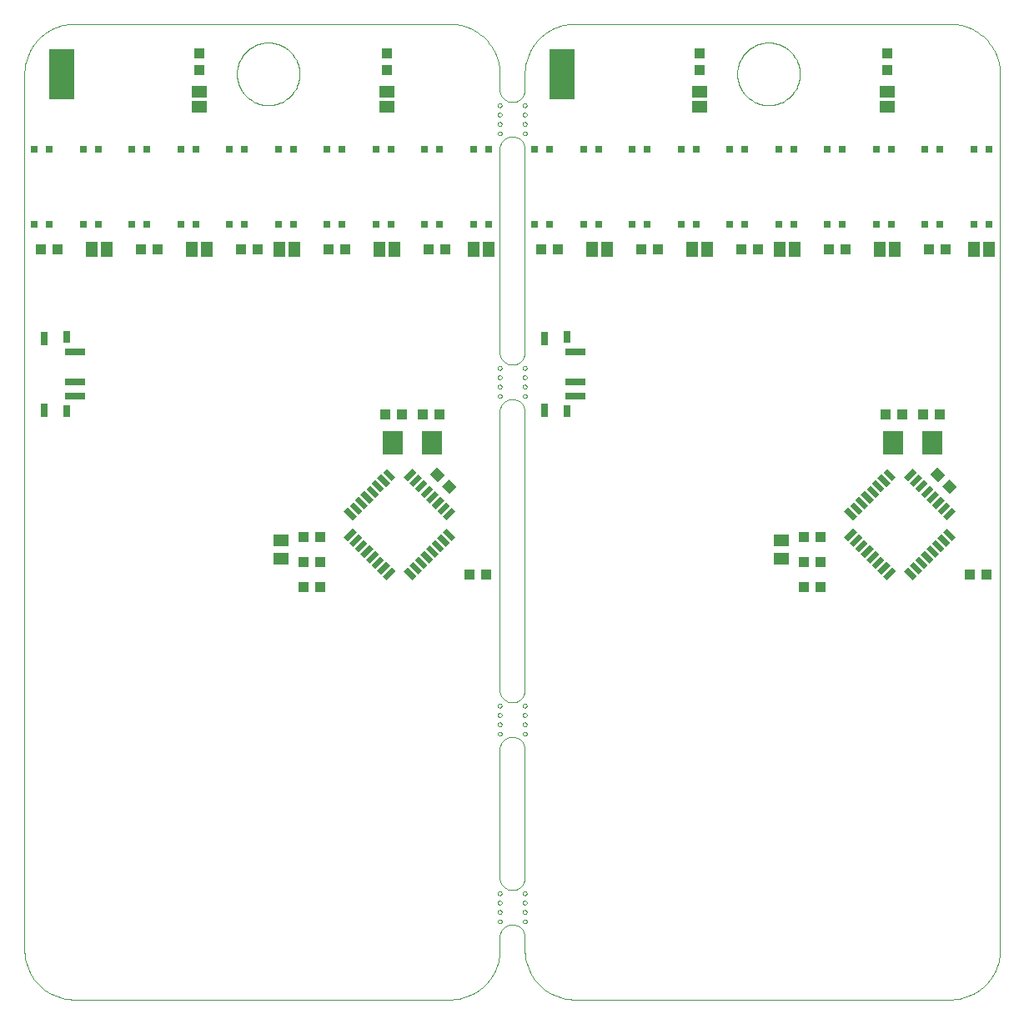
<source format=gtp>
G75*
G70*
%OFA0B0*%
%FSLAX24Y24*%
%IPPOS*%
%LPD*%
%AMOC8*
5,1,8,0,0,1.08239X$1,22.5*
%
%ADD10C,0.0000*%
%ADD11R,0.0500X0.0220*%
%ADD12R,0.0220X0.0500*%
%ADD13R,0.0394X0.0433*%
%ADD14R,0.0433X0.0394*%
%ADD15R,0.0315X0.0315*%
%ADD16R,0.0460X0.0630*%
%ADD17R,0.0630X0.0460*%
%ADD18R,0.1000X0.2000*%
%ADD19R,0.0787X0.0315*%
%ADD20R,0.0315X0.0472*%
%ADD21R,0.0315X0.0551*%
%ADD22R,0.0591X0.0512*%
%ADD23R,0.0787X0.0945*%
D10*
X000655Y002655D02*
X000655Y037655D01*
X000657Y037750D01*
X000664Y037845D01*
X000675Y037940D01*
X000691Y038034D01*
X000711Y038127D01*
X000736Y038218D01*
X000765Y038309D01*
X000798Y038398D01*
X000836Y038486D01*
X000877Y038571D01*
X000923Y038655D01*
X000972Y038736D01*
X001026Y038815D01*
X001083Y038891D01*
X001144Y038965D01*
X001208Y039035D01*
X001275Y039102D01*
X001345Y039166D01*
X001419Y039227D01*
X001495Y039284D01*
X001574Y039338D01*
X001655Y039387D01*
X001739Y039433D01*
X001824Y039474D01*
X001912Y039512D01*
X002001Y039545D01*
X002092Y039574D01*
X002183Y039599D01*
X002276Y039619D01*
X002370Y039635D01*
X002465Y039646D01*
X002560Y039653D01*
X002655Y039655D01*
X017655Y039655D01*
X017750Y039653D01*
X017845Y039646D01*
X017940Y039635D01*
X018034Y039619D01*
X018127Y039599D01*
X018218Y039574D01*
X018309Y039545D01*
X018398Y039512D01*
X018486Y039474D01*
X018571Y039433D01*
X018655Y039387D01*
X018736Y039338D01*
X018815Y039284D01*
X018891Y039227D01*
X018965Y039166D01*
X019035Y039102D01*
X019102Y039035D01*
X019166Y038965D01*
X019227Y038891D01*
X019284Y038815D01*
X019338Y038736D01*
X019387Y038655D01*
X019433Y038571D01*
X019474Y038486D01*
X019512Y038398D01*
X019545Y038309D01*
X019574Y038218D01*
X019599Y038127D01*
X019619Y038034D01*
X019635Y037940D01*
X019646Y037845D01*
X019653Y037750D01*
X019655Y037655D01*
X019655Y037030D01*
X020155Y036530D02*
X020199Y036532D01*
X020242Y036538D01*
X020284Y036547D01*
X020326Y036560D01*
X020366Y036577D01*
X020405Y036597D01*
X020442Y036620D01*
X020476Y036647D01*
X020509Y036676D01*
X020538Y036709D01*
X020565Y036743D01*
X020588Y036780D01*
X020608Y036819D01*
X020625Y036859D01*
X020638Y036901D01*
X020647Y036943D01*
X020653Y036986D01*
X020655Y037030D01*
X020655Y037655D01*
X019655Y037030D02*
X019657Y036986D01*
X019663Y036943D01*
X019672Y036901D01*
X019685Y036859D01*
X019702Y036819D01*
X019722Y036780D01*
X019745Y036743D01*
X019772Y036709D01*
X019801Y036676D01*
X019834Y036647D01*
X019868Y036620D01*
X019905Y036597D01*
X019944Y036577D01*
X019984Y036560D01*
X020026Y036547D01*
X020068Y036538D01*
X020111Y036532D01*
X020155Y036530D01*
X019576Y036405D02*
X019578Y036423D01*
X019584Y036439D01*
X019593Y036454D01*
X019606Y036467D01*
X019621Y036476D01*
X019637Y036482D01*
X019655Y036484D01*
X019673Y036482D01*
X019689Y036476D01*
X019704Y036467D01*
X019717Y036454D01*
X019726Y036439D01*
X019732Y036423D01*
X019734Y036405D01*
X019732Y036387D01*
X019726Y036371D01*
X019717Y036356D01*
X019704Y036343D01*
X019689Y036334D01*
X019673Y036328D01*
X019655Y036326D01*
X019637Y036328D01*
X019621Y036334D01*
X019606Y036343D01*
X019593Y036356D01*
X019584Y036371D01*
X019578Y036387D01*
X019576Y036405D01*
X019576Y036030D02*
X019578Y036048D01*
X019584Y036064D01*
X019593Y036079D01*
X019606Y036092D01*
X019621Y036101D01*
X019637Y036107D01*
X019655Y036109D01*
X019673Y036107D01*
X019689Y036101D01*
X019704Y036092D01*
X019717Y036079D01*
X019726Y036064D01*
X019732Y036048D01*
X019734Y036030D01*
X019732Y036012D01*
X019726Y035996D01*
X019717Y035981D01*
X019704Y035968D01*
X019689Y035959D01*
X019673Y035953D01*
X019655Y035951D01*
X019637Y035953D01*
X019621Y035959D01*
X019606Y035968D01*
X019593Y035981D01*
X019584Y035996D01*
X019578Y036012D01*
X019576Y036030D01*
X019576Y035655D02*
X019578Y035673D01*
X019584Y035689D01*
X019593Y035704D01*
X019606Y035717D01*
X019621Y035726D01*
X019637Y035732D01*
X019655Y035734D01*
X019673Y035732D01*
X019689Y035726D01*
X019704Y035717D01*
X019717Y035704D01*
X019726Y035689D01*
X019732Y035673D01*
X019734Y035655D01*
X019732Y035637D01*
X019726Y035621D01*
X019717Y035606D01*
X019704Y035593D01*
X019689Y035584D01*
X019673Y035578D01*
X019655Y035576D01*
X019637Y035578D01*
X019621Y035584D01*
X019606Y035593D01*
X019593Y035606D01*
X019584Y035621D01*
X019578Y035637D01*
X019576Y035655D01*
X019576Y035280D02*
X019578Y035298D01*
X019584Y035314D01*
X019593Y035329D01*
X019606Y035342D01*
X019621Y035351D01*
X019637Y035357D01*
X019655Y035359D01*
X019673Y035357D01*
X019689Y035351D01*
X019704Y035342D01*
X019717Y035329D01*
X019726Y035314D01*
X019732Y035298D01*
X019734Y035280D01*
X019732Y035262D01*
X019726Y035246D01*
X019717Y035231D01*
X019704Y035218D01*
X019689Y035209D01*
X019673Y035203D01*
X019655Y035201D01*
X019637Y035203D01*
X019621Y035209D01*
X019606Y035218D01*
X019593Y035231D01*
X019584Y035246D01*
X019578Y035262D01*
X019576Y035280D01*
X019655Y034655D02*
X019655Y026530D01*
X020155Y026030D02*
X020199Y026032D01*
X020242Y026038D01*
X020284Y026047D01*
X020326Y026060D01*
X020366Y026077D01*
X020405Y026097D01*
X020442Y026120D01*
X020476Y026147D01*
X020509Y026176D01*
X020538Y026209D01*
X020565Y026243D01*
X020588Y026280D01*
X020608Y026319D01*
X020625Y026359D01*
X020638Y026401D01*
X020647Y026443D01*
X020653Y026486D01*
X020655Y026530D01*
X020655Y034655D01*
X020155Y035155D02*
X020111Y035153D01*
X020068Y035147D01*
X020026Y035138D01*
X019984Y035125D01*
X019944Y035108D01*
X019905Y035088D01*
X019868Y035065D01*
X019834Y035038D01*
X019801Y035009D01*
X019772Y034976D01*
X019745Y034942D01*
X019722Y034905D01*
X019702Y034866D01*
X019685Y034826D01*
X019672Y034784D01*
X019663Y034742D01*
X019657Y034699D01*
X019655Y034655D01*
X020155Y035155D02*
X020199Y035153D01*
X020242Y035147D01*
X020284Y035138D01*
X020326Y035125D01*
X020366Y035108D01*
X020405Y035088D01*
X020442Y035065D01*
X020476Y035038D01*
X020509Y035009D01*
X020538Y034976D01*
X020565Y034942D01*
X020588Y034905D01*
X020608Y034866D01*
X020625Y034826D01*
X020638Y034784D01*
X020647Y034742D01*
X020653Y034699D01*
X020655Y034655D01*
X020576Y035280D02*
X020578Y035298D01*
X020584Y035314D01*
X020593Y035329D01*
X020606Y035342D01*
X020621Y035351D01*
X020637Y035357D01*
X020655Y035359D01*
X020673Y035357D01*
X020689Y035351D01*
X020704Y035342D01*
X020717Y035329D01*
X020726Y035314D01*
X020732Y035298D01*
X020734Y035280D01*
X020732Y035262D01*
X020726Y035246D01*
X020717Y035231D01*
X020704Y035218D01*
X020689Y035209D01*
X020673Y035203D01*
X020655Y035201D01*
X020637Y035203D01*
X020621Y035209D01*
X020606Y035218D01*
X020593Y035231D01*
X020584Y035246D01*
X020578Y035262D01*
X020576Y035280D01*
X020576Y035655D02*
X020578Y035673D01*
X020584Y035689D01*
X020593Y035704D01*
X020606Y035717D01*
X020621Y035726D01*
X020637Y035732D01*
X020655Y035734D01*
X020673Y035732D01*
X020689Y035726D01*
X020704Y035717D01*
X020717Y035704D01*
X020726Y035689D01*
X020732Y035673D01*
X020734Y035655D01*
X020732Y035637D01*
X020726Y035621D01*
X020717Y035606D01*
X020704Y035593D01*
X020689Y035584D01*
X020673Y035578D01*
X020655Y035576D01*
X020637Y035578D01*
X020621Y035584D01*
X020606Y035593D01*
X020593Y035606D01*
X020584Y035621D01*
X020578Y035637D01*
X020576Y035655D01*
X020576Y036030D02*
X020578Y036048D01*
X020584Y036064D01*
X020593Y036079D01*
X020606Y036092D01*
X020621Y036101D01*
X020637Y036107D01*
X020655Y036109D01*
X020673Y036107D01*
X020689Y036101D01*
X020704Y036092D01*
X020717Y036079D01*
X020726Y036064D01*
X020732Y036048D01*
X020734Y036030D01*
X020732Y036012D01*
X020726Y035996D01*
X020717Y035981D01*
X020704Y035968D01*
X020689Y035959D01*
X020673Y035953D01*
X020655Y035951D01*
X020637Y035953D01*
X020621Y035959D01*
X020606Y035968D01*
X020593Y035981D01*
X020584Y035996D01*
X020578Y036012D01*
X020576Y036030D01*
X020576Y036405D02*
X020578Y036423D01*
X020584Y036439D01*
X020593Y036454D01*
X020606Y036467D01*
X020621Y036476D01*
X020637Y036482D01*
X020655Y036484D01*
X020673Y036482D01*
X020689Y036476D01*
X020704Y036467D01*
X020717Y036454D01*
X020726Y036439D01*
X020732Y036423D01*
X020734Y036405D01*
X020732Y036387D01*
X020726Y036371D01*
X020717Y036356D01*
X020704Y036343D01*
X020689Y036334D01*
X020673Y036328D01*
X020655Y036326D01*
X020637Y036328D01*
X020621Y036334D01*
X020606Y036343D01*
X020593Y036356D01*
X020584Y036371D01*
X020578Y036387D01*
X020576Y036405D01*
X020655Y037655D02*
X020657Y037750D01*
X020664Y037845D01*
X020675Y037940D01*
X020691Y038034D01*
X020711Y038127D01*
X020736Y038218D01*
X020765Y038309D01*
X020798Y038398D01*
X020836Y038486D01*
X020877Y038571D01*
X020923Y038655D01*
X020972Y038736D01*
X021026Y038815D01*
X021083Y038891D01*
X021144Y038965D01*
X021208Y039035D01*
X021275Y039102D01*
X021345Y039166D01*
X021419Y039227D01*
X021495Y039284D01*
X021574Y039338D01*
X021655Y039387D01*
X021739Y039433D01*
X021824Y039474D01*
X021912Y039512D01*
X022001Y039545D01*
X022092Y039574D01*
X022183Y039599D01*
X022276Y039619D01*
X022370Y039635D01*
X022465Y039646D01*
X022560Y039653D01*
X022655Y039655D01*
X037655Y039655D01*
X037750Y039653D01*
X037845Y039646D01*
X037940Y039635D01*
X038034Y039619D01*
X038127Y039599D01*
X038218Y039574D01*
X038309Y039545D01*
X038398Y039512D01*
X038486Y039474D01*
X038571Y039433D01*
X038655Y039387D01*
X038736Y039338D01*
X038815Y039284D01*
X038891Y039227D01*
X038965Y039166D01*
X039035Y039102D01*
X039102Y039035D01*
X039166Y038965D01*
X039227Y038891D01*
X039284Y038815D01*
X039338Y038736D01*
X039387Y038655D01*
X039433Y038571D01*
X039474Y038486D01*
X039512Y038398D01*
X039545Y038309D01*
X039574Y038218D01*
X039599Y038127D01*
X039619Y038034D01*
X039635Y037940D01*
X039646Y037845D01*
X039653Y037750D01*
X039655Y037655D01*
X039655Y002655D01*
X039653Y002560D01*
X039646Y002465D01*
X039635Y002370D01*
X039619Y002276D01*
X039599Y002183D01*
X039574Y002092D01*
X039545Y002001D01*
X039512Y001912D01*
X039474Y001824D01*
X039433Y001739D01*
X039387Y001655D01*
X039338Y001574D01*
X039284Y001495D01*
X039227Y001419D01*
X039166Y001345D01*
X039102Y001275D01*
X039035Y001208D01*
X038965Y001144D01*
X038891Y001083D01*
X038815Y001026D01*
X038736Y000972D01*
X038655Y000923D01*
X038571Y000877D01*
X038486Y000836D01*
X038398Y000798D01*
X038309Y000765D01*
X038218Y000736D01*
X038127Y000711D01*
X038034Y000691D01*
X037940Y000675D01*
X037845Y000664D01*
X037750Y000657D01*
X037655Y000655D01*
X022655Y000655D01*
X022560Y000657D01*
X022465Y000664D01*
X022370Y000675D01*
X022276Y000691D01*
X022183Y000711D01*
X022092Y000736D01*
X022001Y000765D01*
X021912Y000798D01*
X021824Y000836D01*
X021739Y000877D01*
X021655Y000923D01*
X021574Y000972D01*
X021495Y001026D01*
X021419Y001083D01*
X021345Y001144D01*
X021275Y001208D01*
X021208Y001275D01*
X021144Y001345D01*
X021083Y001419D01*
X021026Y001495D01*
X020972Y001574D01*
X020923Y001655D01*
X020877Y001739D01*
X020836Y001824D01*
X020798Y001912D01*
X020765Y002001D01*
X020736Y002092D01*
X020711Y002183D01*
X020691Y002276D01*
X020675Y002370D01*
X020664Y002465D01*
X020657Y002560D01*
X020655Y002655D01*
X020655Y003155D01*
X020155Y003655D02*
X020111Y003653D01*
X020068Y003647D01*
X020026Y003638D01*
X019984Y003625D01*
X019944Y003608D01*
X019905Y003588D01*
X019868Y003565D01*
X019834Y003538D01*
X019801Y003509D01*
X019772Y003476D01*
X019745Y003442D01*
X019722Y003405D01*
X019702Y003366D01*
X019685Y003326D01*
X019672Y003284D01*
X019663Y003242D01*
X019657Y003199D01*
X019655Y003155D01*
X019655Y002655D01*
X020655Y003155D02*
X020653Y003199D01*
X020647Y003242D01*
X020638Y003284D01*
X020625Y003326D01*
X020608Y003366D01*
X020588Y003405D01*
X020565Y003442D01*
X020538Y003476D01*
X020509Y003509D01*
X020476Y003538D01*
X020442Y003565D01*
X020405Y003588D01*
X020366Y003608D01*
X020326Y003625D01*
X020284Y003638D01*
X020242Y003647D01*
X020199Y003653D01*
X020155Y003655D01*
X019576Y003780D02*
X019578Y003798D01*
X019584Y003814D01*
X019593Y003829D01*
X019606Y003842D01*
X019621Y003851D01*
X019637Y003857D01*
X019655Y003859D01*
X019673Y003857D01*
X019689Y003851D01*
X019704Y003842D01*
X019717Y003829D01*
X019726Y003814D01*
X019732Y003798D01*
X019734Y003780D01*
X019732Y003762D01*
X019726Y003746D01*
X019717Y003731D01*
X019704Y003718D01*
X019689Y003709D01*
X019673Y003703D01*
X019655Y003701D01*
X019637Y003703D01*
X019621Y003709D01*
X019606Y003718D01*
X019593Y003731D01*
X019584Y003746D01*
X019578Y003762D01*
X019576Y003780D01*
X019576Y004155D02*
X019578Y004173D01*
X019584Y004189D01*
X019593Y004204D01*
X019606Y004217D01*
X019621Y004226D01*
X019637Y004232D01*
X019655Y004234D01*
X019673Y004232D01*
X019689Y004226D01*
X019704Y004217D01*
X019717Y004204D01*
X019726Y004189D01*
X019732Y004173D01*
X019734Y004155D01*
X019732Y004137D01*
X019726Y004121D01*
X019717Y004106D01*
X019704Y004093D01*
X019689Y004084D01*
X019673Y004078D01*
X019655Y004076D01*
X019637Y004078D01*
X019621Y004084D01*
X019606Y004093D01*
X019593Y004106D01*
X019584Y004121D01*
X019578Y004137D01*
X019576Y004155D01*
X019576Y004530D02*
X019578Y004548D01*
X019584Y004564D01*
X019593Y004579D01*
X019606Y004592D01*
X019621Y004601D01*
X019637Y004607D01*
X019655Y004609D01*
X019673Y004607D01*
X019689Y004601D01*
X019704Y004592D01*
X019717Y004579D01*
X019726Y004564D01*
X019732Y004548D01*
X019734Y004530D01*
X019732Y004512D01*
X019726Y004496D01*
X019717Y004481D01*
X019704Y004468D01*
X019689Y004459D01*
X019673Y004453D01*
X019655Y004451D01*
X019637Y004453D01*
X019621Y004459D01*
X019606Y004468D01*
X019593Y004481D01*
X019584Y004496D01*
X019578Y004512D01*
X019576Y004530D01*
X019576Y004905D02*
X019578Y004923D01*
X019584Y004939D01*
X019593Y004954D01*
X019606Y004967D01*
X019621Y004976D01*
X019637Y004982D01*
X019655Y004984D01*
X019673Y004982D01*
X019689Y004976D01*
X019704Y004967D01*
X019717Y004954D01*
X019726Y004939D01*
X019732Y004923D01*
X019734Y004905D01*
X019732Y004887D01*
X019726Y004871D01*
X019717Y004856D01*
X019704Y004843D01*
X019689Y004834D01*
X019673Y004828D01*
X019655Y004826D01*
X019637Y004828D01*
X019621Y004834D01*
X019606Y004843D01*
X019593Y004856D01*
X019584Y004871D01*
X019578Y004887D01*
X019576Y004905D01*
X019655Y005530D02*
X019655Y010655D01*
X019657Y010699D01*
X019663Y010742D01*
X019672Y010784D01*
X019685Y010826D01*
X019702Y010866D01*
X019722Y010905D01*
X019745Y010942D01*
X019772Y010976D01*
X019801Y011009D01*
X019834Y011038D01*
X019868Y011065D01*
X019905Y011088D01*
X019944Y011108D01*
X019984Y011125D01*
X020026Y011138D01*
X020068Y011147D01*
X020111Y011153D01*
X020155Y011155D01*
X020199Y011153D01*
X020242Y011147D01*
X020284Y011138D01*
X020326Y011125D01*
X020366Y011108D01*
X020405Y011088D01*
X020442Y011065D01*
X020476Y011038D01*
X020509Y011009D01*
X020538Y010976D01*
X020565Y010942D01*
X020588Y010905D01*
X020608Y010866D01*
X020625Y010826D01*
X020638Y010784D01*
X020647Y010742D01*
X020653Y010699D01*
X020655Y010655D01*
X020655Y005530D01*
X020653Y005486D01*
X020647Y005443D01*
X020638Y005401D01*
X020625Y005359D01*
X020608Y005319D01*
X020588Y005280D01*
X020565Y005243D01*
X020538Y005209D01*
X020509Y005176D01*
X020476Y005147D01*
X020442Y005120D01*
X020405Y005097D01*
X020366Y005077D01*
X020326Y005060D01*
X020284Y005047D01*
X020242Y005038D01*
X020199Y005032D01*
X020155Y005030D01*
X020111Y005032D01*
X020068Y005038D01*
X020026Y005047D01*
X019984Y005060D01*
X019944Y005077D01*
X019905Y005097D01*
X019868Y005120D01*
X019834Y005147D01*
X019801Y005176D01*
X019772Y005209D01*
X019745Y005243D01*
X019722Y005280D01*
X019702Y005319D01*
X019685Y005359D01*
X019672Y005401D01*
X019663Y005443D01*
X019657Y005486D01*
X019655Y005530D01*
X020576Y004905D02*
X020578Y004923D01*
X020584Y004939D01*
X020593Y004954D01*
X020606Y004967D01*
X020621Y004976D01*
X020637Y004982D01*
X020655Y004984D01*
X020673Y004982D01*
X020689Y004976D01*
X020704Y004967D01*
X020717Y004954D01*
X020726Y004939D01*
X020732Y004923D01*
X020734Y004905D01*
X020732Y004887D01*
X020726Y004871D01*
X020717Y004856D01*
X020704Y004843D01*
X020689Y004834D01*
X020673Y004828D01*
X020655Y004826D01*
X020637Y004828D01*
X020621Y004834D01*
X020606Y004843D01*
X020593Y004856D01*
X020584Y004871D01*
X020578Y004887D01*
X020576Y004905D01*
X020576Y004530D02*
X020578Y004548D01*
X020584Y004564D01*
X020593Y004579D01*
X020606Y004592D01*
X020621Y004601D01*
X020637Y004607D01*
X020655Y004609D01*
X020673Y004607D01*
X020689Y004601D01*
X020704Y004592D01*
X020717Y004579D01*
X020726Y004564D01*
X020732Y004548D01*
X020734Y004530D01*
X020732Y004512D01*
X020726Y004496D01*
X020717Y004481D01*
X020704Y004468D01*
X020689Y004459D01*
X020673Y004453D01*
X020655Y004451D01*
X020637Y004453D01*
X020621Y004459D01*
X020606Y004468D01*
X020593Y004481D01*
X020584Y004496D01*
X020578Y004512D01*
X020576Y004530D01*
X020576Y004155D02*
X020578Y004173D01*
X020584Y004189D01*
X020593Y004204D01*
X020606Y004217D01*
X020621Y004226D01*
X020637Y004232D01*
X020655Y004234D01*
X020673Y004232D01*
X020689Y004226D01*
X020704Y004217D01*
X020717Y004204D01*
X020726Y004189D01*
X020732Y004173D01*
X020734Y004155D01*
X020732Y004137D01*
X020726Y004121D01*
X020717Y004106D01*
X020704Y004093D01*
X020689Y004084D01*
X020673Y004078D01*
X020655Y004076D01*
X020637Y004078D01*
X020621Y004084D01*
X020606Y004093D01*
X020593Y004106D01*
X020584Y004121D01*
X020578Y004137D01*
X020576Y004155D01*
X020576Y003780D02*
X020578Y003798D01*
X020584Y003814D01*
X020593Y003829D01*
X020606Y003842D01*
X020621Y003851D01*
X020637Y003857D01*
X020655Y003859D01*
X020673Y003857D01*
X020689Y003851D01*
X020704Y003842D01*
X020717Y003829D01*
X020726Y003814D01*
X020732Y003798D01*
X020734Y003780D01*
X020732Y003762D01*
X020726Y003746D01*
X020717Y003731D01*
X020704Y003718D01*
X020689Y003709D01*
X020673Y003703D01*
X020655Y003701D01*
X020637Y003703D01*
X020621Y003709D01*
X020606Y003718D01*
X020593Y003731D01*
X020584Y003746D01*
X020578Y003762D01*
X020576Y003780D01*
X019655Y002655D02*
X019653Y002560D01*
X019646Y002465D01*
X019635Y002370D01*
X019619Y002276D01*
X019599Y002183D01*
X019574Y002092D01*
X019545Y002001D01*
X019512Y001912D01*
X019474Y001824D01*
X019433Y001739D01*
X019387Y001655D01*
X019338Y001574D01*
X019284Y001495D01*
X019227Y001419D01*
X019166Y001345D01*
X019102Y001275D01*
X019035Y001208D01*
X018965Y001144D01*
X018891Y001083D01*
X018815Y001026D01*
X018736Y000972D01*
X018655Y000923D01*
X018571Y000877D01*
X018486Y000836D01*
X018398Y000798D01*
X018309Y000765D01*
X018218Y000736D01*
X018127Y000711D01*
X018034Y000691D01*
X017940Y000675D01*
X017845Y000664D01*
X017750Y000657D01*
X017655Y000655D01*
X002655Y000655D01*
X002560Y000657D01*
X002465Y000664D01*
X002370Y000675D01*
X002276Y000691D01*
X002183Y000711D01*
X002092Y000736D01*
X002001Y000765D01*
X001912Y000798D01*
X001824Y000836D01*
X001739Y000877D01*
X001655Y000923D01*
X001574Y000972D01*
X001495Y001026D01*
X001419Y001083D01*
X001345Y001144D01*
X001275Y001208D01*
X001208Y001275D01*
X001144Y001345D01*
X001083Y001419D01*
X001026Y001495D01*
X000972Y001574D01*
X000923Y001655D01*
X000877Y001739D01*
X000836Y001824D01*
X000798Y001912D01*
X000765Y002001D01*
X000736Y002092D01*
X000711Y002183D01*
X000691Y002276D01*
X000675Y002370D01*
X000664Y002465D01*
X000657Y002560D01*
X000655Y002655D01*
X019576Y011280D02*
X019578Y011298D01*
X019584Y011314D01*
X019593Y011329D01*
X019606Y011342D01*
X019621Y011351D01*
X019637Y011357D01*
X019655Y011359D01*
X019673Y011357D01*
X019689Y011351D01*
X019704Y011342D01*
X019717Y011329D01*
X019726Y011314D01*
X019732Y011298D01*
X019734Y011280D01*
X019732Y011262D01*
X019726Y011246D01*
X019717Y011231D01*
X019704Y011218D01*
X019689Y011209D01*
X019673Y011203D01*
X019655Y011201D01*
X019637Y011203D01*
X019621Y011209D01*
X019606Y011218D01*
X019593Y011231D01*
X019584Y011246D01*
X019578Y011262D01*
X019576Y011280D01*
X019576Y011655D02*
X019578Y011673D01*
X019584Y011689D01*
X019593Y011704D01*
X019606Y011717D01*
X019621Y011726D01*
X019637Y011732D01*
X019655Y011734D01*
X019673Y011732D01*
X019689Y011726D01*
X019704Y011717D01*
X019717Y011704D01*
X019726Y011689D01*
X019732Y011673D01*
X019734Y011655D01*
X019732Y011637D01*
X019726Y011621D01*
X019717Y011606D01*
X019704Y011593D01*
X019689Y011584D01*
X019673Y011578D01*
X019655Y011576D01*
X019637Y011578D01*
X019621Y011584D01*
X019606Y011593D01*
X019593Y011606D01*
X019584Y011621D01*
X019578Y011637D01*
X019576Y011655D01*
X019576Y012030D02*
X019578Y012048D01*
X019584Y012064D01*
X019593Y012079D01*
X019606Y012092D01*
X019621Y012101D01*
X019637Y012107D01*
X019655Y012109D01*
X019673Y012107D01*
X019689Y012101D01*
X019704Y012092D01*
X019717Y012079D01*
X019726Y012064D01*
X019732Y012048D01*
X019734Y012030D01*
X019732Y012012D01*
X019726Y011996D01*
X019717Y011981D01*
X019704Y011968D01*
X019689Y011959D01*
X019673Y011953D01*
X019655Y011951D01*
X019637Y011953D01*
X019621Y011959D01*
X019606Y011968D01*
X019593Y011981D01*
X019584Y011996D01*
X019578Y012012D01*
X019576Y012030D01*
X019576Y012405D02*
X019578Y012423D01*
X019584Y012439D01*
X019593Y012454D01*
X019606Y012467D01*
X019621Y012476D01*
X019637Y012482D01*
X019655Y012484D01*
X019673Y012482D01*
X019689Y012476D01*
X019704Y012467D01*
X019717Y012454D01*
X019726Y012439D01*
X019732Y012423D01*
X019734Y012405D01*
X019732Y012387D01*
X019726Y012371D01*
X019717Y012356D01*
X019704Y012343D01*
X019689Y012334D01*
X019673Y012328D01*
X019655Y012326D01*
X019637Y012328D01*
X019621Y012334D01*
X019606Y012343D01*
X019593Y012356D01*
X019584Y012371D01*
X019578Y012387D01*
X019576Y012405D01*
X019655Y013030D02*
X019655Y024155D01*
X019657Y024199D01*
X019663Y024242D01*
X019672Y024284D01*
X019685Y024326D01*
X019702Y024366D01*
X019722Y024405D01*
X019745Y024442D01*
X019772Y024476D01*
X019801Y024509D01*
X019834Y024538D01*
X019868Y024565D01*
X019905Y024588D01*
X019944Y024608D01*
X019984Y024625D01*
X020026Y024638D01*
X020068Y024647D01*
X020111Y024653D01*
X020155Y024655D01*
X019576Y024780D02*
X019578Y024798D01*
X019584Y024814D01*
X019593Y024829D01*
X019606Y024842D01*
X019621Y024851D01*
X019637Y024857D01*
X019655Y024859D01*
X019673Y024857D01*
X019689Y024851D01*
X019704Y024842D01*
X019717Y024829D01*
X019726Y024814D01*
X019732Y024798D01*
X019734Y024780D01*
X019732Y024762D01*
X019726Y024746D01*
X019717Y024731D01*
X019704Y024718D01*
X019689Y024709D01*
X019673Y024703D01*
X019655Y024701D01*
X019637Y024703D01*
X019621Y024709D01*
X019606Y024718D01*
X019593Y024731D01*
X019584Y024746D01*
X019578Y024762D01*
X019576Y024780D01*
X019576Y025155D02*
X019578Y025173D01*
X019584Y025189D01*
X019593Y025204D01*
X019606Y025217D01*
X019621Y025226D01*
X019637Y025232D01*
X019655Y025234D01*
X019673Y025232D01*
X019689Y025226D01*
X019704Y025217D01*
X019717Y025204D01*
X019726Y025189D01*
X019732Y025173D01*
X019734Y025155D01*
X019732Y025137D01*
X019726Y025121D01*
X019717Y025106D01*
X019704Y025093D01*
X019689Y025084D01*
X019673Y025078D01*
X019655Y025076D01*
X019637Y025078D01*
X019621Y025084D01*
X019606Y025093D01*
X019593Y025106D01*
X019584Y025121D01*
X019578Y025137D01*
X019576Y025155D01*
X019576Y025530D02*
X019578Y025548D01*
X019584Y025564D01*
X019593Y025579D01*
X019606Y025592D01*
X019621Y025601D01*
X019637Y025607D01*
X019655Y025609D01*
X019673Y025607D01*
X019689Y025601D01*
X019704Y025592D01*
X019717Y025579D01*
X019726Y025564D01*
X019732Y025548D01*
X019734Y025530D01*
X019732Y025512D01*
X019726Y025496D01*
X019717Y025481D01*
X019704Y025468D01*
X019689Y025459D01*
X019673Y025453D01*
X019655Y025451D01*
X019637Y025453D01*
X019621Y025459D01*
X019606Y025468D01*
X019593Y025481D01*
X019584Y025496D01*
X019578Y025512D01*
X019576Y025530D01*
X019576Y025905D02*
X019578Y025923D01*
X019584Y025939D01*
X019593Y025954D01*
X019606Y025967D01*
X019621Y025976D01*
X019637Y025982D01*
X019655Y025984D01*
X019673Y025982D01*
X019689Y025976D01*
X019704Y025967D01*
X019717Y025954D01*
X019726Y025939D01*
X019732Y025923D01*
X019734Y025905D01*
X019732Y025887D01*
X019726Y025871D01*
X019717Y025856D01*
X019704Y025843D01*
X019689Y025834D01*
X019673Y025828D01*
X019655Y025826D01*
X019637Y025828D01*
X019621Y025834D01*
X019606Y025843D01*
X019593Y025856D01*
X019584Y025871D01*
X019578Y025887D01*
X019576Y025905D01*
X020155Y026030D02*
X020111Y026032D01*
X020068Y026038D01*
X020026Y026047D01*
X019984Y026060D01*
X019944Y026077D01*
X019905Y026097D01*
X019868Y026120D01*
X019834Y026147D01*
X019801Y026176D01*
X019772Y026209D01*
X019745Y026243D01*
X019722Y026280D01*
X019702Y026319D01*
X019685Y026359D01*
X019672Y026401D01*
X019663Y026443D01*
X019657Y026486D01*
X019655Y026530D01*
X020576Y025905D02*
X020578Y025923D01*
X020584Y025939D01*
X020593Y025954D01*
X020606Y025967D01*
X020621Y025976D01*
X020637Y025982D01*
X020655Y025984D01*
X020673Y025982D01*
X020689Y025976D01*
X020704Y025967D01*
X020717Y025954D01*
X020726Y025939D01*
X020732Y025923D01*
X020734Y025905D01*
X020732Y025887D01*
X020726Y025871D01*
X020717Y025856D01*
X020704Y025843D01*
X020689Y025834D01*
X020673Y025828D01*
X020655Y025826D01*
X020637Y025828D01*
X020621Y025834D01*
X020606Y025843D01*
X020593Y025856D01*
X020584Y025871D01*
X020578Y025887D01*
X020576Y025905D01*
X020576Y025530D02*
X020578Y025548D01*
X020584Y025564D01*
X020593Y025579D01*
X020606Y025592D01*
X020621Y025601D01*
X020637Y025607D01*
X020655Y025609D01*
X020673Y025607D01*
X020689Y025601D01*
X020704Y025592D01*
X020717Y025579D01*
X020726Y025564D01*
X020732Y025548D01*
X020734Y025530D01*
X020732Y025512D01*
X020726Y025496D01*
X020717Y025481D01*
X020704Y025468D01*
X020689Y025459D01*
X020673Y025453D01*
X020655Y025451D01*
X020637Y025453D01*
X020621Y025459D01*
X020606Y025468D01*
X020593Y025481D01*
X020584Y025496D01*
X020578Y025512D01*
X020576Y025530D01*
X020576Y025155D02*
X020578Y025173D01*
X020584Y025189D01*
X020593Y025204D01*
X020606Y025217D01*
X020621Y025226D01*
X020637Y025232D01*
X020655Y025234D01*
X020673Y025232D01*
X020689Y025226D01*
X020704Y025217D01*
X020717Y025204D01*
X020726Y025189D01*
X020732Y025173D01*
X020734Y025155D01*
X020732Y025137D01*
X020726Y025121D01*
X020717Y025106D01*
X020704Y025093D01*
X020689Y025084D01*
X020673Y025078D01*
X020655Y025076D01*
X020637Y025078D01*
X020621Y025084D01*
X020606Y025093D01*
X020593Y025106D01*
X020584Y025121D01*
X020578Y025137D01*
X020576Y025155D01*
X020576Y024780D02*
X020578Y024798D01*
X020584Y024814D01*
X020593Y024829D01*
X020606Y024842D01*
X020621Y024851D01*
X020637Y024857D01*
X020655Y024859D01*
X020673Y024857D01*
X020689Y024851D01*
X020704Y024842D01*
X020717Y024829D01*
X020726Y024814D01*
X020732Y024798D01*
X020734Y024780D01*
X020732Y024762D01*
X020726Y024746D01*
X020717Y024731D01*
X020704Y024718D01*
X020689Y024709D01*
X020673Y024703D01*
X020655Y024701D01*
X020637Y024703D01*
X020621Y024709D01*
X020606Y024718D01*
X020593Y024731D01*
X020584Y024746D01*
X020578Y024762D01*
X020576Y024780D01*
X020655Y024155D02*
X020655Y013030D01*
X020653Y012986D01*
X020647Y012943D01*
X020638Y012901D01*
X020625Y012859D01*
X020608Y012819D01*
X020588Y012780D01*
X020565Y012743D01*
X020538Y012709D01*
X020509Y012676D01*
X020476Y012647D01*
X020442Y012620D01*
X020405Y012597D01*
X020366Y012577D01*
X020326Y012560D01*
X020284Y012547D01*
X020242Y012538D01*
X020199Y012532D01*
X020155Y012530D01*
X020111Y012532D01*
X020068Y012538D01*
X020026Y012547D01*
X019984Y012560D01*
X019944Y012577D01*
X019905Y012597D01*
X019868Y012620D01*
X019834Y012647D01*
X019801Y012676D01*
X019772Y012709D01*
X019745Y012743D01*
X019722Y012780D01*
X019702Y012819D01*
X019685Y012859D01*
X019672Y012901D01*
X019663Y012943D01*
X019657Y012986D01*
X019655Y013030D01*
X020576Y012405D02*
X020578Y012423D01*
X020584Y012439D01*
X020593Y012454D01*
X020606Y012467D01*
X020621Y012476D01*
X020637Y012482D01*
X020655Y012484D01*
X020673Y012482D01*
X020689Y012476D01*
X020704Y012467D01*
X020717Y012454D01*
X020726Y012439D01*
X020732Y012423D01*
X020734Y012405D01*
X020732Y012387D01*
X020726Y012371D01*
X020717Y012356D01*
X020704Y012343D01*
X020689Y012334D01*
X020673Y012328D01*
X020655Y012326D01*
X020637Y012328D01*
X020621Y012334D01*
X020606Y012343D01*
X020593Y012356D01*
X020584Y012371D01*
X020578Y012387D01*
X020576Y012405D01*
X020576Y012030D02*
X020578Y012048D01*
X020584Y012064D01*
X020593Y012079D01*
X020606Y012092D01*
X020621Y012101D01*
X020637Y012107D01*
X020655Y012109D01*
X020673Y012107D01*
X020689Y012101D01*
X020704Y012092D01*
X020717Y012079D01*
X020726Y012064D01*
X020732Y012048D01*
X020734Y012030D01*
X020732Y012012D01*
X020726Y011996D01*
X020717Y011981D01*
X020704Y011968D01*
X020689Y011959D01*
X020673Y011953D01*
X020655Y011951D01*
X020637Y011953D01*
X020621Y011959D01*
X020606Y011968D01*
X020593Y011981D01*
X020584Y011996D01*
X020578Y012012D01*
X020576Y012030D01*
X020576Y011655D02*
X020578Y011673D01*
X020584Y011689D01*
X020593Y011704D01*
X020606Y011717D01*
X020621Y011726D01*
X020637Y011732D01*
X020655Y011734D01*
X020673Y011732D01*
X020689Y011726D01*
X020704Y011717D01*
X020717Y011704D01*
X020726Y011689D01*
X020732Y011673D01*
X020734Y011655D01*
X020732Y011637D01*
X020726Y011621D01*
X020717Y011606D01*
X020704Y011593D01*
X020689Y011584D01*
X020673Y011578D01*
X020655Y011576D01*
X020637Y011578D01*
X020621Y011584D01*
X020606Y011593D01*
X020593Y011606D01*
X020584Y011621D01*
X020578Y011637D01*
X020576Y011655D01*
X020576Y011280D02*
X020578Y011298D01*
X020584Y011314D01*
X020593Y011329D01*
X020606Y011342D01*
X020621Y011351D01*
X020637Y011357D01*
X020655Y011359D01*
X020673Y011357D01*
X020689Y011351D01*
X020704Y011342D01*
X020717Y011329D01*
X020726Y011314D01*
X020732Y011298D01*
X020734Y011280D01*
X020732Y011262D01*
X020726Y011246D01*
X020717Y011231D01*
X020704Y011218D01*
X020689Y011209D01*
X020673Y011203D01*
X020655Y011201D01*
X020637Y011203D01*
X020621Y011209D01*
X020606Y011218D01*
X020593Y011231D01*
X020584Y011246D01*
X020578Y011262D01*
X020576Y011280D01*
X020655Y024155D02*
X020653Y024199D01*
X020647Y024242D01*
X020638Y024284D01*
X020625Y024326D01*
X020608Y024366D01*
X020588Y024405D01*
X020565Y024442D01*
X020538Y024476D01*
X020509Y024509D01*
X020476Y024538D01*
X020442Y024565D01*
X020405Y024588D01*
X020366Y024608D01*
X020326Y024625D01*
X020284Y024638D01*
X020242Y024647D01*
X020199Y024653D01*
X020155Y024655D01*
X009155Y037655D02*
X009157Y037725D01*
X009163Y037795D01*
X009173Y037864D01*
X009186Y037933D01*
X009204Y038001D01*
X009225Y038068D01*
X009250Y038133D01*
X009279Y038197D01*
X009311Y038260D01*
X009347Y038320D01*
X009386Y038378D01*
X009428Y038434D01*
X009473Y038488D01*
X009521Y038539D01*
X009572Y038587D01*
X009626Y038632D01*
X009682Y038674D01*
X009740Y038713D01*
X009800Y038749D01*
X009863Y038781D01*
X009927Y038810D01*
X009992Y038835D01*
X010059Y038856D01*
X010127Y038874D01*
X010196Y038887D01*
X010265Y038897D01*
X010335Y038903D01*
X010405Y038905D01*
X010475Y038903D01*
X010545Y038897D01*
X010614Y038887D01*
X010683Y038874D01*
X010751Y038856D01*
X010818Y038835D01*
X010883Y038810D01*
X010947Y038781D01*
X011010Y038749D01*
X011070Y038713D01*
X011128Y038674D01*
X011184Y038632D01*
X011238Y038587D01*
X011289Y038539D01*
X011337Y038488D01*
X011382Y038434D01*
X011424Y038378D01*
X011463Y038320D01*
X011499Y038260D01*
X011531Y038197D01*
X011560Y038133D01*
X011585Y038068D01*
X011606Y038001D01*
X011624Y037933D01*
X011637Y037864D01*
X011647Y037795D01*
X011653Y037725D01*
X011655Y037655D01*
X011653Y037585D01*
X011647Y037515D01*
X011637Y037446D01*
X011624Y037377D01*
X011606Y037309D01*
X011585Y037242D01*
X011560Y037177D01*
X011531Y037113D01*
X011499Y037050D01*
X011463Y036990D01*
X011424Y036932D01*
X011382Y036876D01*
X011337Y036822D01*
X011289Y036771D01*
X011238Y036723D01*
X011184Y036678D01*
X011128Y036636D01*
X011070Y036597D01*
X011010Y036561D01*
X010947Y036529D01*
X010883Y036500D01*
X010818Y036475D01*
X010751Y036454D01*
X010683Y036436D01*
X010614Y036423D01*
X010545Y036413D01*
X010475Y036407D01*
X010405Y036405D01*
X010335Y036407D01*
X010265Y036413D01*
X010196Y036423D01*
X010127Y036436D01*
X010059Y036454D01*
X009992Y036475D01*
X009927Y036500D01*
X009863Y036529D01*
X009800Y036561D01*
X009740Y036597D01*
X009682Y036636D01*
X009626Y036678D01*
X009572Y036723D01*
X009521Y036771D01*
X009473Y036822D01*
X009428Y036876D01*
X009386Y036932D01*
X009347Y036990D01*
X009311Y037050D01*
X009279Y037113D01*
X009250Y037177D01*
X009225Y037242D01*
X009204Y037309D01*
X009186Y037377D01*
X009173Y037446D01*
X009163Y037515D01*
X009157Y037585D01*
X009155Y037655D01*
X029155Y037655D02*
X029157Y037725D01*
X029163Y037795D01*
X029173Y037864D01*
X029186Y037933D01*
X029204Y038001D01*
X029225Y038068D01*
X029250Y038133D01*
X029279Y038197D01*
X029311Y038260D01*
X029347Y038320D01*
X029386Y038378D01*
X029428Y038434D01*
X029473Y038488D01*
X029521Y038539D01*
X029572Y038587D01*
X029626Y038632D01*
X029682Y038674D01*
X029740Y038713D01*
X029800Y038749D01*
X029863Y038781D01*
X029927Y038810D01*
X029992Y038835D01*
X030059Y038856D01*
X030127Y038874D01*
X030196Y038887D01*
X030265Y038897D01*
X030335Y038903D01*
X030405Y038905D01*
X030475Y038903D01*
X030545Y038897D01*
X030614Y038887D01*
X030683Y038874D01*
X030751Y038856D01*
X030818Y038835D01*
X030883Y038810D01*
X030947Y038781D01*
X031010Y038749D01*
X031070Y038713D01*
X031128Y038674D01*
X031184Y038632D01*
X031238Y038587D01*
X031289Y038539D01*
X031337Y038488D01*
X031382Y038434D01*
X031424Y038378D01*
X031463Y038320D01*
X031499Y038260D01*
X031531Y038197D01*
X031560Y038133D01*
X031585Y038068D01*
X031606Y038001D01*
X031624Y037933D01*
X031637Y037864D01*
X031647Y037795D01*
X031653Y037725D01*
X031655Y037655D01*
X031653Y037585D01*
X031647Y037515D01*
X031637Y037446D01*
X031624Y037377D01*
X031606Y037309D01*
X031585Y037242D01*
X031560Y037177D01*
X031531Y037113D01*
X031499Y037050D01*
X031463Y036990D01*
X031424Y036932D01*
X031382Y036876D01*
X031337Y036822D01*
X031289Y036771D01*
X031238Y036723D01*
X031184Y036678D01*
X031128Y036636D01*
X031070Y036597D01*
X031010Y036561D01*
X030947Y036529D01*
X030883Y036500D01*
X030818Y036475D01*
X030751Y036454D01*
X030683Y036436D01*
X030614Y036423D01*
X030545Y036413D01*
X030475Y036407D01*
X030405Y036405D01*
X030335Y036407D01*
X030265Y036413D01*
X030196Y036423D01*
X030127Y036436D01*
X030059Y036454D01*
X029992Y036475D01*
X029927Y036500D01*
X029863Y036529D01*
X029800Y036561D01*
X029740Y036597D01*
X029682Y036636D01*
X029626Y036678D01*
X029572Y036723D01*
X029521Y036771D01*
X029473Y036822D01*
X029428Y036876D01*
X029386Y036932D01*
X029347Y036990D01*
X029311Y037050D01*
X029279Y037113D01*
X029250Y037177D01*
X029225Y037242D01*
X029204Y037309D01*
X029186Y037377D01*
X029173Y037446D01*
X029163Y037515D01*
X029157Y037585D01*
X029155Y037655D01*
D11*
G36*
X035817Y021532D02*
X036169Y021884D01*
X036325Y021728D01*
X035973Y021376D01*
X035817Y021532D01*
G37*
G36*
X036039Y021309D02*
X036391Y021661D01*
X036547Y021505D01*
X036195Y021153D01*
X036039Y021309D01*
G37*
G36*
X036262Y021086D02*
X036614Y021438D01*
X036770Y021282D01*
X036418Y020930D01*
X036262Y021086D01*
G37*
G36*
X036485Y020863D02*
X036837Y021215D01*
X036993Y021059D01*
X036641Y020707D01*
X036485Y020863D01*
G37*
G36*
X036707Y020641D02*
X037059Y020993D01*
X037215Y020837D01*
X036863Y020485D01*
X036707Y020641D01*
G37*
G36*
X036930Y020418D02*
X037282Y020770D01*
X037438Y020614D01*
X037086Y020262D01*
X036930Y020418D01*
G37*
G36*
X037153Y020195D02*
X037505Y020547D01*
X037661Y020391D01*
X037309Y020039D01*
X037153Y020195D01*
G37*
G36*
X037376Y019973D02*
X037728Y020325D01*
X037884Y020169D01*
X037532Y019817D01*
X037376Y019973D01*
G37*
G36*
X034986Y017583D02*
X035338Y017935D01*
X035494Y017779D01*
X035142Y017427D01*
X034986Y017583D01*
G37*
G36*
X034763Y017805D02*
X035115Y018157D01*
X035271Y018001D01*
X034919Y017649D01*
X034763Y017805D01*
G37*
G36*
X034540Y018028D02*
X034892Y018380D01*
X035048Y018224D01*
X034696Y017872D01*
X034540Y018028D01*
G37*
G36*
X034317Y018251D02*
X034669Y018603D01*
X034825Y018447D01*
X034473Y018095D01*
X034317Y018251D01*
G37*
G36*
X034095Y018473D02*
X034447Y018825D01*
X034603Y018669D01*
X034251Y018317D01*
X034095Y018473D01*
G37*
G36*
X033872Y018696D02*
X034224Y019048D01*
X034380Y018892D01*
X034028Y018540D01*
X033872Y018696D01*
G37*
G36*
X033649Y018919D02*
X034001Y019271D01*
X034157Y019115D01*
X033805Y018763D01*
X033649Y018919D01*
G37*
G36*
X033427Y019142D02*
X033779Y019494D01*
X033935Y019338D01*
X033583Y018986D01*
X033427Y019142D01*
G37*
G36*
X017376Y019973D02*
X017728Y020325D01*
X017884Y020169D01*
X017532Y019817D01*
X017376Y019973D01*
G37*
G36*
X017153Y020195D02*
X017505Y020547D01*
X017661Y020391D01*
X017309Y020039D01*
X017153Y020195D01*
G37*
G36*
X016930Y020418D02*
X017282Y020770D01*
X017438Y020614D01*
X017086Y020262D01*
X016930Y020418D01*
G37*
G36*
X016707Y020641D02*
X017059Y020993D01*
X017215Y020837D01*
X016863Y020485D01*
X016707Y020641D01*
G37*
G36*
X016485Y020863D02*
X016837Y021215D01*
X016993Y021059D01*
X016641Y020707D01*
X016485Y020863D01*
G37*
G36*
X016262Y021086D02*
X016614Y021438D01*
X016770Y021282D01*
X016418Y020930D01*
X016262Y021086D01*
G37*
G36*
X016039Y021309D02*
X016391Y021661D01*
X016547Y021505D01*
X016195Y021153D01*
X016039Y021309D01*
G37*
G36*
X015817Y021532D02*
X016169Y021884D01*
X016325Y021728D01*
X015973Y021376D01*
X015817Y021532D01*
G37*
G36*
X013427Y019142D02*
X013779Y019494D01*
X013935Y019338D01*
X013583Y018986D01*
X013427Y019142D01*
G37*
G36*
X013649Y018919D02*
X014001Y019271D01*
X014157Y019115D01*
X013805Y018763D01*
X013649Y018919D01*
G37*
G36*
X013872Y018696D02*
X014224Y019048D01*
X014380Y018892D01*
X014028Y018540D01*
X013872Y018696D01*
G37*
G36*
X014095Y018473D02*
X014447Y018825D01*
X014603Y018669D01*
X014251Y018317D01*
X014095Y018473D01*
G37*
G36*
X014317Y018251D02*
X014669Y018603D01*
X014825Y018447D01*
X014473Y018095D01*
X014317Y018251D01*
G37*
G36*
X014540Y018028D02*
X014892Y018380D01*
X015048Y018224D01*
X014696Y017872D01*
X014540Y018028D01*
G37*
G36*
X014763Y017805D02*
X015115Y018157D01*
X015271Y018001D01*
X014919Y017649D01*
X014763Y017805D01*
G37*
G36*
X014986Y017583D02*
X015338Y017935D01*
X015494Y017779D01*
X015142Y017427D01*
X014986Y017583D01*
G37*
D12*
G36*
X015817Y017779D02*
X015973Y017935D01*
X016325Y017583D01*
X016169Y017427D01*
X015817Y017779D01*
G37*
G36*
X016039Y018001D02*
X016195Y018157D01*
X016547Y017805D01*
X016391Y017649D01*
X016039Y018001D01*
G37*
G36*
X016262Y018224D02*
X016418Y018380D01*
X016770Y018028D01*
X016614Y017872D01*
X016262Y018224D01*
G37*
G36*
X016485Y018447D02*
X016641Y018603D01*
X016993Y018251D01*
X016837Y018095D01*
X016485Y018447D01*
G37*
G36*
X016707Y018669D02*
X016863Y018825D01*
X017215Y018473D01*
X017059Y018317D01*
X016707Y018669D01*
G37*
G36*
X016930Y018892D02*
X017086Y019048D01*
X017438Y018696D01*
X017282Y018540D01*
X016930Y018892D01*
G37*
G36*
X017153Y019115D02*
X017309Y019271D01*
X017661Y018919D01*
X017505Y018763D01*
X017153Y019115D01*
G37*
G36*
X017376Y019338D02*
X017532Y019494D01*
X017884Y019142D01*
X017728Y018986D01*
X017376Y019338D01*
G37*
G36*
X014986Y021728D02*
X015142Y021884D01*
X015494Y021532D01*
X015338Y021376D01*
X014986Y021728D01*
G37*
G36*
X014763Y021505D02*
X014919Y021661D01*
X015271Y021309D01*
X015115Y021153D01*
X014763Y021505D01*
G37*
G36*
X014540Y021282D02*
X014696Y021438D01*
X015048Y021086D01*
X014892Y020930D01*
X014540Y021282D01*
G37*
G36*
X014317Y021059D02*
X014473Y021215D01*
X014825Y020863D01*
X014669Y020707D01*
X014317Y021059D01*
G37*
G36*
X014095Y020837D02*
X014251Y020993D01*
X014603Y020641D01*
X014447Y020485D01*
X014095Y020837D01*
G37*
G36*
X013872Y020614D02*
X014028Y020770D01*
X014380Y020418D01*
X014224Y020262D01*
X013872Y020614D01*
G37*
G36*
X013649Y020391D02*
X013805Y020547D01*
X014157Y020195D01*
X014001Y020039D01*
X013649Y020391D01*
G37*
G36*
X013427Y020169D02*
X013583Y020325D01*
X013935Y019973D01*
X013779Y019817D01*
X013427Y020169D01*
G37*
G36*
X033427Y020169D02*
X033583Y020325D01*
X033935Y019973D01*
X033779Y019817D01*
X033427Y020169D01*
G37*
G36*
X033649Y020391D02*
X033805Y020547D01*
X034157Y020195D01*
X034001Y020039D01*
X033649Y020391D01*
G37*
G36*
X033872Y020614D02*
X034028Y020770D01*
X034380Y020418D01*
X034224Y020262D01*
X033872Y020614D01*
G37*
G36*
X034095Y020837D02*
X034251Y020993D01*
X034603Y020641D01*
X034447Y020485D01*
X034095Y020837D01*
G37*
G36*
X034317Y021059D02*
X034473Y021215D01*
X034825Y020863D01*
X034669Y020707D01*
X034317Y021059D01*
G37*
G36*
X034540Y021282D02*
X034696Y021438D01*
X035048Y021086D01*
X034892Y020930D01*
X034540Y021282D01*
G37*
G36*
X034763Y021505D02*
X034919Y021661D01*
X035271Y021309D01*
X035115Y021153D01*
X034763Y021505D01*
G37*
G36*
X034986Y021728D02*
X035142Y021884D01*
X035494Y021532D01*
X035338Y021376D01*
X034986Y021728D01*
G37*
G36*
X037153Y019115D02*
X037309Y019271D01*
X037661Y018919D01*
X037505Y018763D01*
X037153Y019115D01*
G37*
G36*
X036930Y018892D02*
X037086Y019048D01*
X037438Y018696D01*
X037282Y018540D01*
X036930Y018892D01*
G37*
G36*
X036707Y018669D02*
X036863Y018825D01*
X037215Y018473D01*
X037059Y018317D01*
X036707Y018669D01*
G37*
G36*
X036485Y018447D02*
X036641Y018603D01*
X036993Y018251D01*
X036837Y018095D01*
X036485Y018447D01*
G37*
G36*
X036262Y018224D02*
X036418Y018380D01*
X036770Y018028D01*
X036614Y017872D01*
X036262Y018224D01*
G37*
G36*
X036039Y018001D02*
X036195Y018157D01*
X036547Y017805D01*
X036391Y017649D01*
X036039Y018001D01*
G37*
G36*
X035817Y017779D02*
X035973Y017935D01*
X036325Y017583D01*
X036169Y017427D01*
X035817Y017779D01*
G37*
G36*
X037376Y019338D02*
X037532Y019494D01*
X037884Y019142D01*
X037728Y018986D01*
X037376Y019338D01*
G37*
D13*
X038445Y017655D03*
X039115Y017655D03*
X037490Y030655D03*
X036820Y030655D03*
X033490Y030655D03*
X032820Y030655D03*
X029990Y030655D03*
X029320Y030655D03*
X025990Y030655D03*
X025320Y030655D03*
X021990Y030655D03*
X021320Y030655D03*
X017490Y030655D03*
X016820Y030655D03*
X013490Y030655D03*
X012820Y030655D03*
X009990Y030655D03*
X009320Y030655D03*
X005990Y030655D03*
X005320Y030655D03*
X001990Y030655D03*
X001320Y030655D03*
X007655Y037820D03*
X007655Y038490D03*
X027655Y038490D03*
X027655Y037820D03*
X019115Y017655D03*
X018445Y017655D03*
D14*
G36*
X017655Y020876D02*
X017350Y021181D01*
X017629Y021460D01*
X017934Y021155D01*
X017655Y020876D01*
G37*
G36*
X017181Y021350D02*
X016876Y021655D01*
X017155Y021934D01*
X017460Y021629D01*
X017181Y021350D01*
G37*
X017240Y024030D03*
X016570Y024030D03*
X015740Y024030D03*
X015070Y024030D03*
X012490Y019155D03*
X011820Y019155D03*
X011820Y018155D03*
X012490Y018155D03*
X012490Y017155D03*
X011820Y017155D03*
X031820Y017155D03*
X032490Y017155D03*
X032490Y018155D03*
X031820Y018155D03*
X031820Y019155D03*
X032490Y019155D03*
G36*
X037181Y021350D02*
X036876Y021655D01*
X037155Y021934D01*
X037460Y021629D01*
X037181Y021350D01*
G37*
G36*
X037655Y020876D02*
X037350Y021181D01*
X037629Y021460D01*
X037934Y021155D01*
X037655Y020876D01*
G37*
X037240Y024030D03*
X036570Y024030D03*
X035740Y024030D03*
X035070Y024030D03*
X035155Y037820D03*
X035155Y038490D03*
X015155Y038490D03*
X015155Y037820D03*
D15*
X015300Y034655D03*
X014710Y034655D03*
X013350Y034655D03*
X012760Y034655D03*
X011400Y034655D03*
X010810Y034655D03*
X009450Y034655D03*
X008860Y034655D03*
X007500Y034655D03*
X006910Y034655D03*
X005550Y034655D03*
X004960Y034655D03*
X003600Y034655D03*
X003010Y034655D03*
X001650Y034655D03*
X001060Y034655D03*
X001060Y031655D03*
X001650Y031655D03*
X003010Y031655D03*
X003600Y031655D03*
X004960Y031655D03*
X005550Y031655D03*
X006910Y031655D03*
X007500Y031655D03*
X008860Y031655D03*
X009450Y031655D03*
X010810Y031655D03*
X011400Y031655D03*
X012760Y031655D03*
X013350Y031655D03*
X014710Y031655D03*
X015300Y031655D03*
X016660Y031655D03*
X017250Y031655D03*
X018610Y031655D03*
X019200Y031655D03*
X021060Y031655D03*
X021650Y031655D03*
X023010Y031655D03*
X023600Y031655D03*
X024960Y031655D03*
X025550Y031655D03*
X026910Y031655D03*
X027500Y031655D03*
X028860Y031655D03*
X029450Y031655D03*
X030810Y031655D03*
X031400Y031655D03*
X032760Y031655D03*
X033350Y031655D03*
X034710Y031655D03*
X035300Y031655D03*
X036660Y031655D03*
X037250Y031655D03*
X038610Y031655D03*
X039200Y031655D03*
X039200Y034655D03*
X038610Y034655D03*
X037250Y034655D03*
X036660Y034655D03*
X035300Y034655D03*
X034710Y034655D03*
X033350Y034655D03*
X032760Y034655D03*
X031400Y034655D03*
X030810Y034655D03*
X029450Y034655D03*
X028860Y034655D03*
X027500Y034655D03*
X026910Y034655D03*
X025550Y034655D03*
X024960Y034655D03*
X023600Y034655D03*
X023010Y034655D03*
X021650Y034655D03*
X021060Y034655D03*
X019200Y034655D03*
X018610Y034655D03*
X017250Y034655D03*
X016660Y034655D03*
D16*
X015455Y030655D03*
X014855Y030655D03*
X011455Y030655D03*
X010855Y030655D03*
X007955Y030655D03*
X007355Y030655D03*
X003955Y030655D03*
X003355Y030655D03*
X018605Y030655D03*
X019205Y030655D03*
X023355Y030655D03*
X023955Y030655D03*
X027355Y030655D03*
X027955Y030655D03*
X030855Y030655D03*
X031455Y030655D03*
X034855Y030655D03*
X035455Y030655D03*
X038605Y030655D03*
X039205Y030655D03*
D17*
X035155Y036355D03*
X035155Y036955D03*
X027655Y036955D03*
X027655Y036355D03*
X015155Y036355D03*
X015155Y036955D03*
X007655Y036955D03*
X007655Y036355D03*
D18*
X002155Y037655D03*
X022155Y037655D03*
D19*
X022693Y026541D03*
X022693Y025360D03*
X022693Y024769D03*
X002693Y024769D03*
X002693Y025360D03*
X002693Y026541D03*
D20*
X002358Y027131D03*
X002358Y024179D03*
X022358Y024179D03*
X022358Y027131D03*
D21*
X021452Y027092D03*
X021452Y024218D03*
X001452Y024218D03*
X001452Y027092D03*
D22*
X010905Y019029D03*
X010905Y018281D03*
X030905Y018281D03*
X030905Y019029D03*
D23*
X035368Y022905D03*
X036943Y022905D03*
X016943Y022905D03*
X015368Y022905D03*
M02*

</source>
